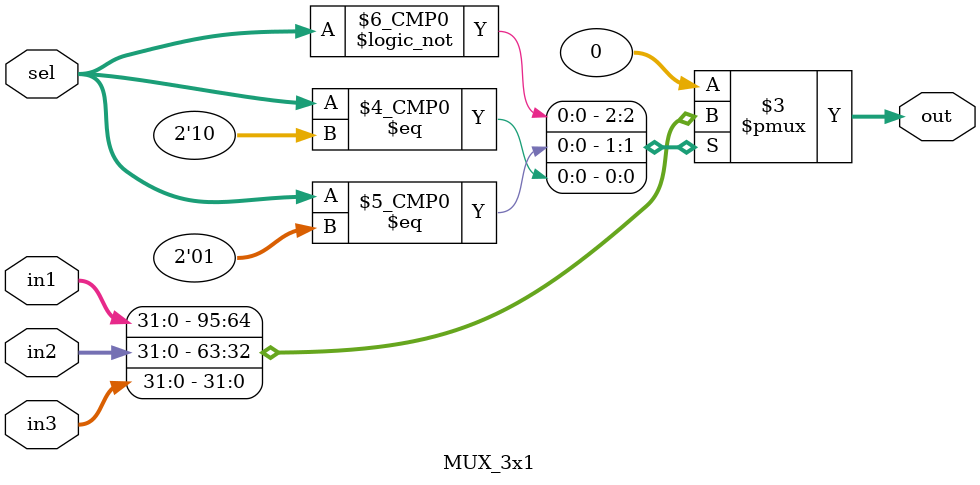
<source format=v>
module MUX_3x1 (
input [31:0] in1 , in2 , in3,
input [1:0] sel,
output reg [31:0] out
);

always @(*) begin
case (sel)
2'b00 : out = in1;
2'b01 : out = in2;
2'b10 : out = in3;
default : out = {(32){1'b0}};
endcase 
end

endmodule

</source>
